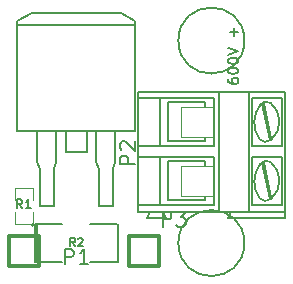
<source format=gto>
G04 (created by PCBNEW (2013-07-07 BZR 4022)-stable) date 28/12/2014 00:49:19*
%MOIN*%
G04 Gerber Fmt 3.4, Leading zero omitted, Abs format*
%FSLAX34Y34*%
G01*
G70*
G90*
G04 APERTURE LIST*
%ADD10C,0.00590551*%
%ADD11C,0.00787402*%
%ADD12C,0.005*%
%ADD13C,0.0039*%
%ADD14C,0.0026*%
%ADD15C,0.006*%
%ADD16C,0.0125*%
%ADD17C,0.012*%
G04 APERTURE END LIST*
G54D10*
G54D11*
X88600Y-68750D02*
G75*
G03X88600Y-68750I-1100J0D01*
G74*
G01*
X88600Y-62000D02*
G75*
G03X88600Y-62000I-1100J0D01*
G74*
G01*
G54D12*
X88041Y-63266D02*
X88041Y-63333D01*
X88058Y-63366D01*
X88075Y-63383D01*
X88125Y-63416D01*
X88191Y-63433D01*
X88325Y-63433D01*
X88358Y-63416D01*
X88375Y-63400D01*
X88391Y-63366D01*
X88391Y-63300D01*
X88375Y-63266D01*
X88358Y-63250D01*
X88325Y-63233D01*
X88241Y-63233D01*
X88208Y-63250D01*
X88191Y-63266D01*
X88175Y-63300D01*
X88175Y-63366D01*
X88191Y-63400D01*
X88208Y-63416D01*
X88241Y-63433D01*
X88041Y-63016D02*
X88041Y-62983D01*
X88058Y-62950D01*
X88075Y-62933D01*
X88108Y-62916D01*
X88175Y-62900D01*
X88258Y-62900D01*
X88325Y-62916D01*
X88358Y-62933D01*
X88375Y-62950D01*
X88391Y-62983D01*
X88391Y-63016D01*
X88375Y-63050D01*
X88358Y-63066D01*
X88325Y-63083D01*
X88258Y-63100D01*
X88175Y-63100D01*
X88108Y-63083D01*
X88075Y-63066D01*
X88058Y-63050D01*
X88041Y-63016D01*
X88041Y-62683D02*
X88041Y-62649D01*
X88058Y-62616D01*
X88075Y-62599D01*
X88108Y-62583D01*
X88175Y-62566D01*
X88258Y-62566D01*
X88325Y-62583D01*
X88358Y-62599D01*
X88375Y-62616D01*
X88391Y-62649D01*
X88391Y-62683D01*
X88375Y-62716D01*
X88358Y-62733D01*
X88325Y-62749D01*
X88258Y-62766D01*
X88175Y-62766D01*
X88108Y-62749D01*
X88075Y-62733D01*
X88058Y-62716D01*
X88041Y-62683D01*
X88041Y-62466D02*
X88391Y-62349D01*
X88041Y-62233D01*
X88258Y-61849D02*
X88258Y-61583D01*
X88391Y-61716D02*
X88125Y-61716D01*
G54D13*
X81600Y-68150D02*
G75*
G03X81600Y-68150I-50J0D01*
G74*
G01*
X81550Y-67700D02*
X81550Y-68100D01*
X81550Y-68100D02*
X80950Y-68100D01*
X80950Y-68100D02*
X80950Y-67700D01*
X80950Y-67300D02*
X80950Y-66900D01*
X80950Y-66900D02*
X81550Y-66900D01*
X81550Y-66900D02*
X81550Y-67300D01*
G54D14*
X86500Y-64210D02*
X86500Y-65210D01*
X86500Y-65210D02*
X87600Y-65210D01*
X87600Y-64210D02*
X87600Y-65210D01*
X86500Y-64210D02*
X87600Y-64210D01*
X86500Y-66180D02*
X86500Y-67180D01*
X86500Y-67180D02*
X87600Y-67180D01*
X87600Y-66180D02*
X87600Y-67180D01*
X86500Y-66180D02*
X87600Y-66180D01*
G54D15*
X89950Y-67700D02*
X88750Y-67700D01*
X89950Y-67700D02*
X89950Y-63700D01*
X89950Y-67700D02*
X89950Y-67900D01*
X89950Y-67900D02*
X88050Y-67900D01*
X88050Y-67900D02*
X88150Y-67700D01*
X85350Y-67900D02*
X85450Y-67700D01*
X85450Y-67700D02*
X85050Y-67700D01*
X86000Y-67900D02*
X85900Y-67700D01*
X85900Y-67700D02*
X85450Y-67700D01*
X86000Y-67900D02*
X85350Y-67900D01*
X85050Y-65880D02*
X85800Y-65880D01*
X87600Y-67480D02*
X85800Y-67480D01*
X85050Y-65880D02*
X85050Y-67480D01*
X85050Y-67480D02*
X85050Y-67700D01*
X85050Y-65510D02*
X85800Y-65510D01*
X85050Y-65510D02*
X85050Y-65880D01*
X87600Y-63910D02*
X85800Y-63910D01*
X85050Y-63700D02*
X85050Y-63910D01*
X85050Y-63910D02*
X85050Y-65510D01*
X85800Y-65880D02*
X85800Y-67480D01*
X85800Y-65880D02*
X87600Y-65880D01*
X85800Y-67480D02*
X85050Y-67480D01*
X85800Y-65510D02*
X85800Y-63910D01*
X85800Y-65510D02*
X87600Y-65510D01*
X85800Y-63910D02*
X85050Y-63910D01*
X86050Y-67330D02*
X87300Y-67330D01*
X86050Y-67330D02*
X86050Y-66030D01*
X86050Y-66030D02*
X87300Y-66030D01*
X86050Y-65360D02*
X87300Y-65360D01*
X86050Y-65360D02*
X86050Y-64060D01*
X86050Y-64060D02*
X87300Y-64060D01*
X87300Y-64060D02*
X87300Y-64210D01*
X87300Y-65360D02*
X87300Y-65210D01*
X87300Y-66030D02*
X87300Y-66180D01*
X87300Y-67330D02*
X87300Y-67180D01*
X85050Y-63700D02*
X87750Y-63700D01*
X87750Y-63700D02*
X88750Y-63700D01*
X88150Y-67700D02*
X87750Y-67700D01*
X87750Y-67700D02*
X85900Y-67700D01*
X88750Y-63700D02*
X88750Y-67700D01*
X88750Y-63700D02*
X89950Y-63700D01*
X88750Y-67700D02*
X88150Y-67700D01*
X88850Y-65880D02*
X89850Y-65880D01*
X89850Y-65880D02*
X89850Y-67480D01*
X89850Y-67480D02*
X88850Y-67480D01*
X88850Y-67480D02*
X88850Y-65880D01*
X88850Y-65510D02*
X89850Y-65510D01*
X88850Y-65510D02*
X88850Y-63910D01*
X88850Y-63910D02*
X89850Y-63910D01*
X89850Y-65510D02*
X89850Y-63910D01*
X89250Y-66040D02*
X89500Y-67240D01*
X89200Y-66090D02*
X89450Y-67290D01*
X89250Y-64070D02*
X89500Y-65271D01*
X89200Y-64120D02*
X89450Y-65320D01*
X87600Y-63910D02*
X87600Y-64060D01*
X87600Y-65510D02*
X87600Y-65360D01*
X87600Y-65360D02*
X87600Y-64060D01*
X87750Y-63700D02*
X87750Y-64060D01*
X87750Y-64060D02*
X87750Y-65360D01*
X87750Y-65360D02*
X87750Y-66030D01*
X87750Y-67700D02*
X87750Y-67330D01*
X87750Y-67330D02*
X87750Y-66030D01*
X87600Y-67480D02*
X87600Y-67330D01*
X87600Y-65880D02*
X87600Y-66030D01*
X87600Y-66030D02*
X87600Y-67330D01*
X89108Y-67258D02*
G75*
G03X89488Y-67279I200J178D01*
G74*
G01*
X89140Y-66099D02*
G75*
G03X89120Y-67275I749J-600D01*
G74*
G01*
X89491Y-67280D02*
G75*
G03X89469Y-66039I-531J611D01*
G74*
G01*
X89489Y-66060D02*
G75*
G03X89125Y-66115I-160J-169D01*
G74*
G01*
X89107Y-65288D02*
G75*
G03X89489Y-65309I201J178D01*
G74*
G01*
X89140Y-64130D02*
G75*
G03X89120Y-65306I749J-600D01*
G74*
G01*
X89493Y-65312D02*
G75*
G03X89469Y-64069I-533J611D01*
G74*
G01*
X89488Y-64090D02*
G75*
G03X89125Y-64146I-159J-169D01*
G74*
G01*
G54D10*
X81700Y-68120D02*
X81700Y-69379D01*
X84378Y-68120D02*
X84378Y-69380D01*
X81622Y-68120D02*
X81622Y-69379D01*
X83471Y-69382D02*
X84371Y-69382D01*
X84371Y-68118D02*
X83471Y-68118D01*
X82527Y-68120D02*
X81622Y-68120D01*
X81622Y-69379D02*
X82527Y-69379D01*
G54D16*
X84750Y-69500D02*
X85750Y-69500D01*
X84750Y-68500D02*
X85750Y-68500D01*
G54D17*
X84750Y-69500D02*
X84750Y-68500D01*
X85750Y-68500D02*
X85750Y-69500D01*
G54D16*
X81750Y-68500D02*
X80750Y-68500D01*
X81750Y-69500D02*
X80750Y-69500D01*
G54D17*
X81750Y-68500D02*
X81750Y-69500D01*
X80750Y-69500D02*
X80750Y-68500D01*
G54D12*
X81032Y-65021D02*
X81701Y-65021D01*
X81701Y-65021D02*
X82331Y-65021D01*
X82331Y-65021D02*
X82646Y-65021D01*
X82646Y-65021D02*
X83354Y-65021D01*
X83354Y-65021D02*
X83669Y-65021D01*
X83669Y-65021D02*
X84299Y-65021D01*
X84299Y-65021D02*
X84968Y-65021D01*
X84968Y-65021D02*
X84968Y-61479D01*
X84968Y-61479D02*
X81032Y-61479D01*
X81032Y-61479D02*
X81032Y-65021D01*
X81032Y-61479D02*
X81032Y-61364D01*
X81032Y-61364D02*
X81507Y-61085D01*
X81507Y-61085D02*
X84493Y-61085D01*
X84493Y-61085D02*
X84968Y-61364D01*
X84968Y-61364D02*
X84968Y-61479D01*
X82646Y-65021D02*
X82646Y-65730D01*
X82646Y-65730D02*
X83354Y-65730D01*
X83354Y-65730D02*
X83354Y-65021D01*
X81701Y-65021D02*
X81701Y-66045D01*
X81701Y-66045D02*
X81780Y-66281D01*
X81780Y-66281D02*
X81780Y-67501D01*
X81780Y-67501D02*
X82252Y-67501D01*
X82252Y-67501D02*
X82252Y-66281D01*
X82252Y-66281D02*
X82331Y-66045D01*
X82331Y-66045D02*
X82331Y-65021D01*
X83669Y-65021D02*
X83669Y-66045D01*
X83669Y-66045D02*
X83748Y-66281D01*
X83748Y-66281D02*
X83748Y-67501D01*
X83748Y-67501D02*
X84220Y-67501D01*
X84220Y-67501D02*
X84220Y-66281D01*
X84220Y-66281D02*
X84299Y-66045D01*
X84299Y-66045D02*
X84299Y-65021D01*
X81200Y-67596D02*
X81100Y-67453D01*
X81028Y-67596D02*
X81028Y-67296D01*
X81142Y-67296D01*
X81171Y-67310D01*
X81185Y-67325D01*
X81200Y-67353D01*
X81200Y-67396D01*
X81185Y-67425D01*
X81171Y-67439D01*
X81142Y-67453D01*
X81028Y-67453D01*
X81485Y-67596D02*
X81314Y-67596D01*
X81400Y-67596D02*
X81400Y-67296D01*
X81371Y-67339D01*
X81342Y-67367D01*
X81314Y-67382D01*
X84952Y-66119D02*
X84452Y-66119D01*
X84452Y-65928D01*
X84476Y-65880D01*
X84500Y-65857D01*
X84547Y-65833D01*
X84619Y-65833D01*
X84666Y-65857D01*
X84690Y-65880D01*
X84714Y-65928D01*
X84714Y-66119D01*
X84500Y-65642D02*
X84476Y-65619D01*
X84452Y-65571D01*
X84452Y-65452D01*
X84476Y-65404D01*
X84500Y-65380D01*
X84547Y-65357D01*
X84595Y-65357D01*
X84666Y-65380D01*
X84952Y-65666D01*
X84952Y-65357D01*
X82954Y-68861D02*
X82862Y-68730D01*
X82796Y-68861D02*
X82796Y-68585D01*
X82901Y-68585D01*
X82927Y-68598D01*
X82940Y-68612D01*
X82954Y-68638D01*
X82954Y-68677D01*
X82940Y-68704D01*
X82927Y-68717D01*
X82901Y-68730D01*
X82796Y-68730D01*
X83059Y-68612D02*
X83072Y-68598D01*
X83098Y-68585D01*
X83164Y-68585D01*
X83190Y-68598D01*
X83203Y-68612D01*
X83216Y-68638D01*
X83216Y-68664D01*
X83203Y-68704D01*
X83046Y-68861D01*
X83216Y-68861D01*
X85880Y-68202D02*
X85880Y-67702D01*
X86071Y-67702D01*
X86119Y-67726D01*
X86142Y-67750D01*
X86166Y-67797D01*
X86166Y-67869D01*
X86142Y-67916D01*
X86119Y-67940D01*
X86071Y-67964D01*
X85880Y-67964D01*
X86333Y-67702D02*
X86642Y-67702D01*
X86476Y-67892D01*
X86547Y-67892D01*
X86595Y-67916D01*
X86619Y-67940D01*
X86642Y-67988D01*
X86642Y-68107D01*
X86619Y-68154D01*
X86595Y-68178D01*
X86547Y-68202D01*
X86404Y-68202D01*
X86357Y-68178D01*
X86333Y-68154D01*
X82630Y-69452D02*
X82630Y-68952D01*
X82821Y-68952D01*
X82869Y-68976D01*
X82892Y-69000D01*
X82916Y-69047D01*
X82916Y-69119D01*
X82892Y-69166D01*
X82869Y-69190D01*
X82821Y-69214D01*
X82630Y-69214D01*
X83392Y-69452D02*
X83107Y-69452D01*
X83250Y-69452D02*
X83250Y-68952D01*
X83202Y-69023D01*
X83154Y-69071D01*
X83107Y-69095D01*
M02*

</source>
